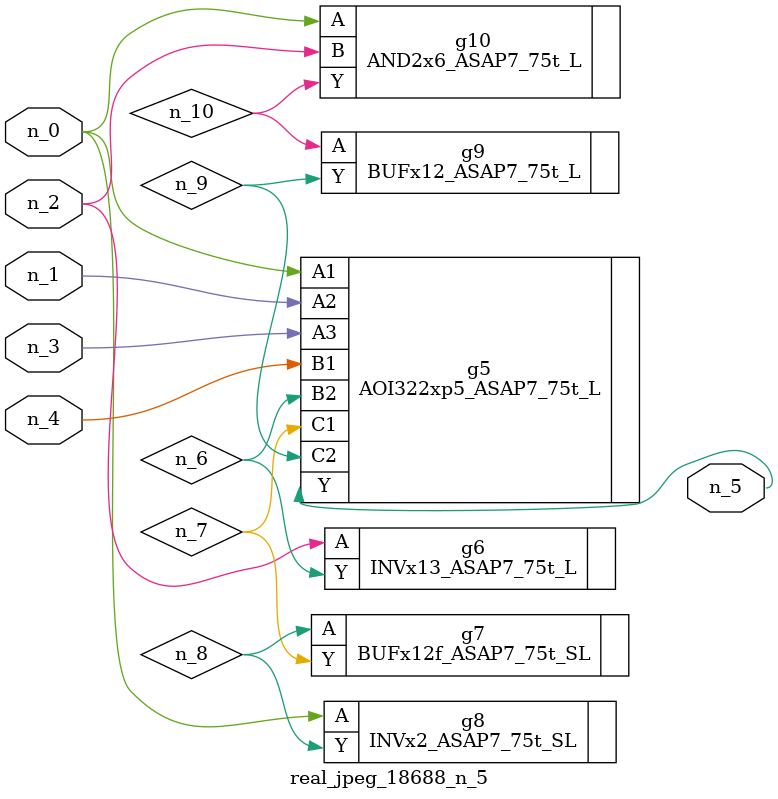
<source format=v>
module real_jpeg_18688_n_5 (n_4, n_0, n_1, n_2, n_3, n_5);

input n_4;
input n_0;
input n_1;
input n_2;
input n_3;

output n_5;

wire n_8;
wire n_6;
wire n_7;
wire n_10;
wire n_9;

AOI322xp5_ASAP7_75t_L g5 ( 
.A1(n_0),
.A2(n_1),
.A3(n_3),
.B1(n_4),
.B2(n_6),
.C1(n_7),
.C2(n_9),
.Y(n_5)
);

INVx2_ASAP7_75t_SL g8 ( 
.A(n_0),
.Y(n_8)
);

AND2x6_ASAP7_75t_L g10 ( 
.A(n_0),
.B(n_2),
.Y(n_10)
);

INVx13_ASAP7_75t_L g6 ( 
.A(n_2),
.Y(n_6)
);

BUFx12f_ASAP7_75t_SL g7 ( 
.A(n_8),
.Y(n_7)
);

BUFx12_ASAP7_75t_L g9 ( 
.A(n_10),
.Y(n_9)
);


endmodule
</source>
